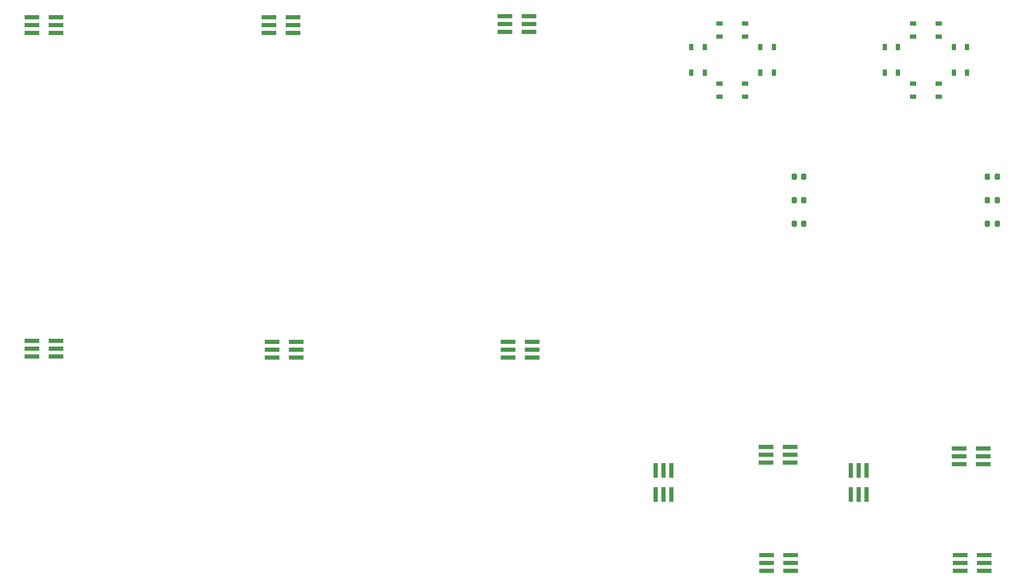
<source format=gbr>
%TF.GenerationSoftware,KiCad,Pcbnew,8.0.5*%
%TF.CreationDate,2025-01-24T10:40:51+05:30*%
%TF.ProjectId,racer_panelizatio_version2_,72616365-725f-4706-916e-656c697a6174,rev?*%
%TF.SameCoordinates,Original*%
%TF.FileFunction,Paste,Bot*%
%TF.FilePolarity,Positive*%
%FSLAX46Y46*%
G04 Gerber Fmt 4.6, Leading zero omitted, Abs format (unit mm)*
G04 Created by KiCad (PCBNEW 8.0.5) date 2025-01-24 10:40:51*
%MOMM*%
%LPD*%
G01*
G04 APERTURE LIST*
G04 Aperture macros list*
%AMRoundRect*
0 Rectangle with rounded corners*
0 $1 Rounding radius*
0 $2 $3 $4 $5 $6 $7 $8 $9 X,Y pos of 4 corners*
0 Add a 4 corners polygon primitive as box body*
4,1,4,$2,$3,$4,$5,$6,$7,$8,$9,$2,$3,0*
0 Add four circle primitives for the rounded corners*
1,1,$1+$1,$2,$3*
1,1,$1+$1,$4,$5*
1,1,$1+$1,$6,$7*
1,1,$1+$1,$8,$9*
0 Add four rect primitives between the rounded corners*
20,1,$1+$1,$2,$3,$4,$5,0*
20,1,$1+$1,$4,$5,$6,$7,0*
20,1,$1+$1,$6,$7,$8,$9,0*
20,1,$1+$1,$8,$9,$2,$3,0*%
G04 Aperture macros list end*
%ADD10R,0.650000X1.050000*%
%ADD11R,2.400000X0.740000*%
%ADD12RoundRect,0.225000X-0.225000X-0.250000X0.225000X-0.250000X0.225000X0.250000X-0.225000X0.250000X0*%
%ADD13R,1.050000X0.650000*%
%ADD14R,0.740000X2.400000*%
G04 APERTURE END LIST*
D10*
%TO.C,S6*%
X192621600Y-51729200D03*
X192621600Y-55879200D03*
X194771600Y-51729200D03*
X194771600Y-55879200D03*
%TD*%
D11*
%TO.C,J1*%
X162226500Y-118994000D03*
X166126500Y-118994000D03*
X162226500Y-117724000D03*
X166126500Y-117724000D03*
X162226500Y-116454000D03*
X166126500Y-116454000D03*
%TD*%
D12*
%TO.C,D3*%
X198095000Y-72694000D03*
X199645000Y-72694000D03*
%TD*%
D11*
%TO.C,J1*%
X193626800Y-136529000D03*
X197526800Y-136529000D03*
X193626800Y-135259000D03*
X197526800Y-135259000D03*
X193626800Y-133989000D03*
X197526800Y-133989000D03*
%TD*%
%TO.C,J20*%
X86219914Y-99431600D03*
X82319914Y-99431600D03*
X86219914Y-100701600D03*
X82319914Y-100701600D03*
X86219914Y-101971600D03*
X82319914Y-101971600D03*
%TD*%
%TO.C,J20*%
X47379200Y-46850200D03*
X43479200Y-46850200D03*
X47379200Y-48120200D03*
X43479200Y-48120200D03*
X47379200Y-49390200D03*
X43479200Y-49390200D03*
%TD*%
D13*
%TO.C,S2*%
X186033200Y-59748200D03*
X190183200Y-59748200D03*
X186033200Y-57598200D03*
X190183200Y-57598200D03*
%TD*%
D14*
%TO.C,J1*%
X146967800Y-124144000D03*
X146967800Y-120244000D03*
X145697800Y-124144000D03*
X145697800Y-120244000D03*
X144427800Y-124144000D03*
X144427800Y-120244000D03*
%TD*%
D12*
%TO.C,D2*%
X166817500Y-76504000D03*
X168367500Y-76504000D03*
%TD*%
D11*
%TO.C,J20*%
X85730000Y-46838200D03*
X81830000Y-46838200D03*
X85730000Y-48108200D03*
X81830000Y-48108200D03*
X85730000Y-49378200D03*
X81830000Y-49378200D03*
%TD*%
D12*
%TO.C,D1*%
X166817500Y-80314000D03*
X168367500Y-80314000D03*
%TD*%
D13*
%TO.C,S3*%
X154747900Y-50045400D03*
X158897900Y-50045400D03*
X154747900Y-47895400D03*
X158897900Y-47895400D03*
%TD*%
D11*
%TO.C,J20*%
X124410714Y-99431600D03*
X120510714Y-99431600D03*
X124410714Y-100701600D03*
X120510714Y-100701600D03*
X124410714Y-101971600D03*
X120510714Y-101971600D03*
%TD*%
%TO.C,J20*%
X47348600Y-99326200D03*
X43448600Y-99326200D03*
X47348600Y-100596200D03*
X43448600Y-100596200D03*
X47348600Y-101866200D03*
X43448600Y-101866200D03*
%TD*%
D14*
%TO.C,J1*%
X178494000Y-124177500D03*
X178494000Y-120277500D03*
X177224000Y-124177500D03*
X177224000Y-120277500D03*
X175954000Y-124177500D03*
X175954000Y-120277500D03*
%TD*%
D10*
%TO.C,S6*%
X161344100Y-51729200D03*
X161344100Y-55879200D03*
X163494100Y-51729200D03*
X163494100Y-55879200D03*
%TD*%
%TO.C,S5*%
X152335300Y-55887500D03*
X152335300Y-51737500D03*
X150185300Y-55887500D03*
X150185300Y-51737500D03*
%TD*%
D12*
%TO.C,D2*%
X198095000Y-76504000D03*
X199645000Y-76504000D03*
%TD*%
D10*
%TO.C,S5*%
X183612800Y-55887500D03*
X183612800Y-51737500D03*
X181462800Y-55887500D03*
X181462800Y-51737500D03*
%TD*%
D12*
%TO.C,D3*%
X166817500Y-72694000D03*
X168367500Y-72694000D03*
%TD*%
D11*
%TO.C,J20*%
X123920800Y-46686600D03*
X120020800Y-46686600D03*
X123920800Y-47956600D03*
X120020800Y-47956600D03*
X123920800Y-49226600D03*
X120020800Y-49226600D03*
%TD*%
%TO.C,J1*%
X193526800Y-119229000D03*
X197426800Y-119229000D03*
X193526800Y-117959000D03*
X197426800Y-117959000D03*
X193526800Y-116689000D03*
X197426800Y-116689000D03*
%TD*%
D13*
%TO.C,S2*%
X154755700Y-59748200D03*
X158905700Y-59748200D03*
X154755700Y-57598200D03*
X158905700Y-57598200D03*
%TD*%
%TO.C,S3*%
X186025400Y-50045400D03*
X190175400Y-50045400D03*
X186025400Y-47895400D03*
X190175400Y-47895400D03*
%TD*%
D11*
%TO.C,J1*%
X162355800Y-136529000D03*
X166255800Y-136529000D03*
X162355800Y-135259000D03*
X166255800Y-135259000D03*
X162355800Y-133989000D03*
X166255800Y-133989000D03*
%TD*%
D12*
%TO.C,D1*%
X198095000Y-80314000D03*
X199645000Y-80314000D03*
%TD*%
M02*

</source>
